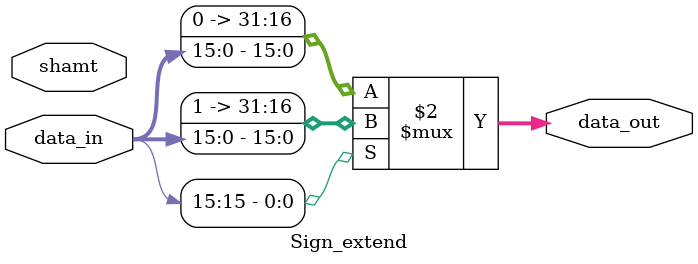
<source format=v>
module Sign_extend(
		input		[15:0] data_in,
		input		[4:0] shamt,
		output reg	[31:0] data_out
);
	
	always@(data_in)
		data_out = data_in[15] ? {16'hFFFF,data_in} : {16'h0,data_in};

endmodule
</source>
